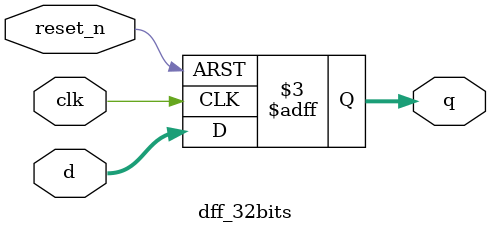
<source format=v>
module dff_32bits(clk, reset_n, d, q);
	input clk, reset_n;
	input [31:0] d;
	output reg [31:0] q;
	
	always@(posedge clk or negedge reset_n) begin
		if(reset_n == 0) 
		   q <= 32'h0;
		else 
		   q <= d; 
	end
	
endmodule 
</source>
